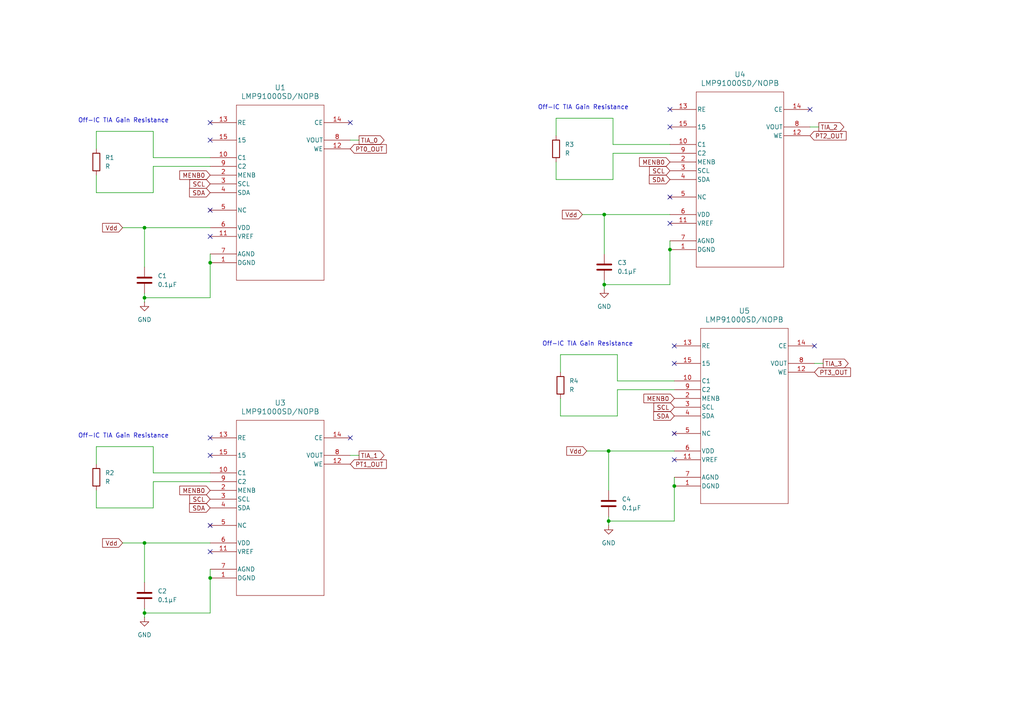
<source format=kicad_sch>
(kicad_sch (version 20250114) (generator "eeschema") (generator_version "9.0")
  (paper "A4")
  (lib_symbols
    (symbol "Device:C" (pin_numbers (hide yes)) (pin_names (offset 0.254))
      (property "Reference" "C" (at 0.635 2.54 0))
      (property "Value" "C" (at 0.635 -2.54 0))
      (symbol "C_0_1"
        (polyline (pts (xy -2.032 0.762) (xy 2.032 0.762)) (stroke (width 0.508)))
        (polyline (pts (xy -2.032 -0.762) (xy 2.032 -0.762)) (stroke (width 0.508)))
      )
      (symbol "C_1_1"
        (pin passive line (at 0 3.81 270) (length 2.794) (name "~") (number "1"))
        (pin passive line (at 0 -3.81 90) (length 2.794) (name "~") (number "2"))
      )
    )
    (symbol "Device:R" (pin_numbers (hide yes)) (pin_names (offset 0))
      (property "Reference" "R" (at 2.032 0 90))
      (property "Value" "R" (at 0 0 90))
      (symbol "R_0_1"
        (rectangle (start -1.016 -2.54) (end 1.016 2.54) (stroke (width 0.254)))
      )
      (symbol "R_1_1"
        (pin passive line (at 0 3.81 270) (length 1.27) (name "~") (number "1"))
        (pin passive line (at 0 -3.81 90) (length 1.27) (name "~") (number "2"))
      )
    )
    (symbol "LMP91000:LMP91000SD_NOPB" (pin_names (offset 0.254))
      (property "Reference" "U" (at 20.32 10.16 0))
      (property "Value" "LMP91000SD/NOPB" (at 20.32 7.62 0))
      (symbol "LMP91000SD_NOPB_0_1"
        (polyline (pts (xy 7.62 5.08) (xy 7.62 -45.72)) (stroke (width 0.127)))
        (polyline (pts (xy 7.62 -45.72) (xy 33.02 -45.72)) (stroke (width 0.127)))
        (polyline (pts (xy 33.02 5.08) (xy 7.62 5.08)) (stroke (width 0.127)))
        (polyline (pts (xy 33.02 -45.72) (xy 33.02 5.08)) (stroke (width 0.127)))
        (pin input line (at 0 0 0) (length 7.62) (name "RE") (number "13"))
        (pin unspecified line (at 0 -5.08 0) (length 7.62) (name "15") (number "15"))
        (pin unspecified line (at 0 -10.16 0) (length 7.62) (name "C1") (number "10"))
        (pin unspecified line (at 0 -12.7 0) (length 7.62) (name "C2") (number "9"))
        (pin unspecified line (at 0 -15.24 0) (length 7.62) (name "MENB") (number "2"))
        (pin unspecified line (at 0 -17.78 0) (length 7.62) (name "SCL") (number "3"))
        (pin unspecified line (at 0 -20.32 0) (length 7.62) (name "SDA") (number "4"))
        (pin no_connect line (at 0 -25.4 0) (length 7.62) (name "NC") (number "5"))
        (pin power_in line (at 0 -30.48 0) (length 7.62) (name "VDD") (number "6"))
        (pin input line (at 0 -33.02 0) (length 7.62) (name "VREF") (number "11"))
        (pin power_in line (at 0 -38.1 0) (length 7.62) (name "AGND") (number "7"))
        (pin power_in line (at 0 -40.64 0) (length 7.62) (name "DGND") (number "1"))
        (pin output line (at 40.64 0 180) (length 7.62) (name "CE") (number "14"))
        (pin output line (at 40.64 -5.08 180) (length 7.62) (name "VOUT") (number "8"))
        (pin output line (at 40.64 -7.62 180) (length 7.62) (name "WE") (number "12"))
      )
    )
    (symbol "power:GND" (power) (pin_numbers (hide yes)) (pin_names (offset 0) (hide yes))
      (property "Value" "GND" (at 0 -3.81 0))
      (symbol "GND_0_1"
        (polyline (pts (xy 0 0) (xy 0 -1.27) (xy 1.27 -1.27) (xy 0 -2.54) (xy -1.27 -1.27) (xy 0 -1.27)))
      )
      (symbol "GND_1_1"
        (pin power_in line (at 0 0 270) (length 0) (name "~") (number "1"))
      )
    )
  )
  (text "Off-IC TIA Gain Resistance" (at 170.434 99.822 0) (effects (font (size 1.27 1.27))))
  (text "Off-IC TIA Gain Resistance" (at 35.814 35.052 0) (effects (font (size 1.27 1.27))))
  (text "Off-IC TIA Gain Resistance" (at 169.164 31.242 0) (effects (font (size 1.27 1.27))))
  (text "Off-IC TIA Gain Resistance" (at 35.814 126.492 0) (effects (font (size 1.27 1.27))))
  (junction (at 195.58 140.97))
  (junction (at 60.96 167.64))
  (junction (at 60.96 76.2))
  (junction (at 41.91 157.48))
  (junction (at 194.31 72.39))
  (junction (at 41.91 86.36))
  (junction (at 175.26 62.23))
  (junction (at 175.26 82.55))
  (junction (at 41.91 66.04))
  (junction (at 176.53 130.81))
  (junction (at 41.91 177.8))
  (junction (at 176.53 151.13))
  (no_connect (at 195.58 125.73))
  (no_connect (at 194.31 57.15))
  (no_connect (at 236.22 100.33))
  (no_connect (at 195.58 105.41))
  (no_connect (at 60.96 40.64))
  (no_connect (at 60.96 132.08))
  (no_connect (at 194.31 31.75))
  (no_connect (at 234.95 31.75))
  (no_connect (at 60.96 60.96))
  (no_connect (at 101.6 127))
  (no_connect (at 101.6 35.56))
  (no_connect (at 195.58 133.35))
  (no_connect (at 194.31 64.77))
  (no_connect (at 60.96 35.56))
  (no_connect (at 195.58 100.33))
  (no_connect (at 60.96 160.02))
  (no_connect (at 60.96 127))
  (no_connect (at 60.96 68.58))
  (no_connect (at 60.96 152.4))
  (no_connect (at 194.31 36.83))
  (wire (pts (xy 176.53 151.13) (xy 195.58 151.13)))
  (wire (pts (xy 161.29 46.99) (xy 161.29 52.07)))
  (wire (pts (xy 44.45 129.54) (xy 27.94 129.54)))
  (wire (pts (xy 44.45 137.16) (xy 44.45 129.54)))
  (wire (pts (xy 162.56 120.65) (xy 179.07 120.65)))
  (wire (pts (xy 44.45 55.88) (xy 44.45 48.26)))
  (wire (pts (xy 27.94 147.32) (xy 44.45 147.32)))
  (wire (pts (xy 41.91 168.91) (xy 41.91 157.48)))
  (wire (pts (xy 176.53 142.24) (xy 176.53 130.81)))
  (wire (pts (xy 175.26 82.55) (xy 194.31 82.55)))
  (wire (pts (xy 175.26 83.82) (xy 175.26 82.55)))
  (wire (pts (xy 175.26 73.66) (xy 175.26 62.23)))
  (wire (pts (xy 41.91 77.47) (xy 41.91 66.04)))
  (wire (pts (xy 104.14 132.08) (xy 101.6 132.08)))
  (wire (pts (xy 195.58 140.97) (xy 195.58 151.13)))
  (wire (pts (xy 27.94 142.24) (xy 27.94 147.32)))
  (wire (pts (xy 60.96 137.16) (xy 44.45 137.16)))
  (wire (pts (xy 41.91 87.63) (xy 41.91 86.36)))
  (wire (pts (xy 170.18 130.81) (xy 176.53 130.81)))
  (wire (pts (xy 176.53 151.13) (xy 176.53 149.86)))
  (wire (pts (xy 27.94 55.88) (xy 44.45 55.88)))
  (wire (pts (xy 60.96 76.2) (xy 60.96 86.36)))
  (wire (pts (xy 41.91 86.36) (xy 60.96 86.36)))
  (wire (pts (xy 41.91 179.07) (xy 41.91 177.8)))
  (wire (pts (xy 238.76 105.41) (xy 236.22 105.41)))
  (wire (pts (xy 175.26 62.23) (xy 194.31 62.23)))
  (wire (pts (xy 237.49 36.83) (xy 234.95 36.83)))
  (wire (pts (xy 60.96 45.72) (xy 44.45 45.72)))
  (wire (pts (xy 44.45 147.32) (xy 44.45 139.7)))
  (wire (pts (xy 179.07 102.87) (xy 162.56 102.87)))
  (wire (pts (xy 104.14 40.64) (xy 101.6 40.64)))
  (wire (pts (xy 168.91 62.23) (xy 175.26 62.23)))
  (wire (pts (xy 179.07 113.03) (xy 195.58 113.03)))
  (wire (pts (xy 41.91 86.36) (xy 41.91 85.09)))
  (wire (pts (xy 195.58 110.49) (xy 179.07 110.49)))
  (wire (pts (xy 195.58 138.43) (xy 195.58 140.97)))
  (wire (pts (xy 161.29 52.07) (xy 177.8 52.07)))
  (wire (pts (xy 35.56 66.04) (xy 41.91 66.04)))
  (wire (pts (xy 35.56 157.48) (xy 41.91 157.48)))
  (wire (pts (xy 27.94 38.1) (xy 27.94 43.18)))
  (wire (pts (xy 41.91 177.8) (xy 60.96 177.8)))
  (wire (pts (xy 41.91 66.04) (xy 60.96 66.04)))
  (wire (pts (xy 44.45 139.7) (xy 60.96 139.7)))
  (wire (pts (xy 177.8 34.29) (xy 161.29 34.29)))
  (wire (pts (xy 162.56 102.87) (xy 162.56 107.95)))
  (wire (pts (xy 179.07 120.65) (xy 179.07 113.03)))
  (wire (pts (xy 194.31 69.85) (xy 194.31 72.39)))
  (wire (pts (xy 175.26 82.55) (xy 175.26 81.28)))
  (wire (pts (xy 177.8 52.07) (xy 177.8 44.45)))
  (wire (pts (xy 162.56 115.57) (xy 162.56 120.65)))
  (wire (pts (xy 177.8 44.45) (xy 194.31 44.45)))
  (wire (pts (xy 60.96 167.64) (xy 60.96 177.8)))
  (wire (pts (xy 41.91 157.48) (xy 60.96 157.48)))
  (wire (pts (xy 177.8 41.91) (xy 177.8 34.29)))
  (wire (pts (xy 27.94 50.8) (xy 27.94 55.88)))
  (wire (pts (xy 41.91 177.8) (xy 41.91 176.53)))
  (wire (pts (xy 176.53 152.4) (xy 176.53 151.13)))
  (wire (pts (xy 194.31 41.91) (xy 177.8 41.91)))
  (wire (pts (xy 176.53 130.81) (xy 195.58 130.81)))
  (wire (pts (xy 27.94 129.54) (xy 27.94 134.62)))
  (wire (pts (xy 60.96 73.66) (xy 60.96 76.2)))
  (wire (pts (xy 44.45 48.26) (xy 60.96 48.26)))
  (wire (pts (xy 60.96 165.1) (xy 60.96 167.64)))
  (wire (pts (xy 44.45 38.1) (xy 27.94 38.1)))
  (wire (pts (xy 161.29 34.29) (xy 161.29 39.37)))
  (wire (pts (xy 194.31 72.39) (xy 194.31 82.55)))
  (wire (pts (xy 44.45 45.72) (xy 44.45 38.1)))
  (wire (pts (xy 179.07 110.49) (xy 179.07 102.87)))
  (global_label "Vdd" (shape input) (at 35.56 66.04 180) (property "Intersheetrefs" "${INTERSHEET_REFS}" (effects (hide yes))))
  (global_label "SDA" (shape input) (at 60.96 147.32 180) (property "Intersheetrefs" "${INTERSHEET_REFS}" (effects (hide yes))))
  (global_label "MENB0" (shape input) (at 194.31 46.99 180) (property "Intersheetrefs" "${INTERSHEET_REFS}" (effects (hide yes))))
  (global_label "TIA_2" (shape output) (at 237.49 36.83 0) (property "Intersheetrefs" "${INTERSHEET_REFS}" (effects (hide yes))))
  (global_label "MENB0" (shape input) (at 60.96 50.8 180) (property "Intersheetrefs" "${INTERSHEET_REFS}" (effects (hide yes))))
  (global_label "TIA_0" (shape output) (at 104.14 40.64 0) (property "Intersheetrefs" "${INTERSHEET_REFS}" (effects (hide yes))))
  (global_label "PT2_OUT" (shape input) (at 234.95 39.37 0) (property "Intersheetrefs" "${INTERSHEET_REFS}" (effects (hide yes))))
  (global_label "MENB0" (shape input) (at 60.96 142.24 180) (property "Intersheetrefs" "${INTERSHEET_REFS}" (effects (hide yes))))
  (global_label "Vdd" (shape input) (at 168.91 62.23 180) (property "Intersheetrefs" "${INTERSHEET_REFS}" (effects (hide yes))))
  (global_label "SDA" (shape input) (at 60.96 55.88 180) (property "Intersheetrefs" "${INTERSHEET_REFS}" (effects (hide yes))))
  (global_label "SDA" (shape input) (at 195.58 120.65 180) (property "Intersheetrefs" "${INTERSHEET_REFS}" (effects (hide yes))))
  (global_label "SCL" (shape input) (at 60.96 144.78 180) (property "Intersheetrefs" "${INTERSHEET_REFS}" (effects (hide yes))))
  (global_label "SCL" (shape input) (at 194.31 49.53 180) (property "Intersheetrefs" "${INTERSHEET_REFS}" (effects (hide yes))))
  (global_label "PT1_OUT" (shape input) (at 101.6 134.62 0) (property "Intersheetrefs" "${INTERSHEET_REFS}" (effects (hide yes))))
  (global_label "SCL" (shape input) (at 195.58 118.11 180) (property "Intersheetrefs" "${INTERSHEET_REFS}" (effects (hide yes))))
  (global_label "Vdd" (shape input) (at 35.56 157.48 180) (property "Intersheetrefs" "${INTERSHEET_REFS}" (effects (hide yes))))
  (global_label "TIA_1" (shape output) (at 104.14 132.08 0) (property "Intersheetrefs" "${INTERSHEET_REFS}" (effects (hide yes))))
  (global_label "SCL" (shape input) (at 60.96 53.34 180) (property "Intersheetrefs" "${INTERSHEET_REFS}" (effects (hide yes))))
  (global_label "SDA" (shape input) (at 194.31 52.07 180) (property "Intersheetrefs" "${INTERSHEET_REFS}" (effects (hide yes))))
  (global_label "Vdd" (shape input) (at 170.18 130.81 180) (property "Intersheetrefs" "${INTERSHEET_REFS}" (effects (hide yes))))
  (global_label "MENB0" (shape input) (at 195.58 115.57 180) (property "Intersheetrefs" "${INTERSHEET_REFS}" (effects (hide yes))))
  (global_label "PT0_OUT" (shape input) (at 101.6 43.18 0) (property "Intersheetrefs" "${INTERSHEET_REFS}" (effects (hide yes))))
  (global_label "TIA_3" (shape output) (at 238.76 105.41 0) (property "Intersheetrefs" "${INTERSHEET_REFS}" (effects (hide yes))))
  (global_label "PT3_OUT" (shape input) (at 236.22 107.95 0) (property "Intersheetrefs" "${INTERSHEET_REFS}" (effects (hide yes))))
  (symbol (lib_id "Device:C") (at 41.91 172.72 0) (unit 1)
    (property "Reference" "C2" (at 45.72 171.4499 0) (effects (justify left)))
    (property "Value" "0.1µF" (at 45.72 173.9899 0) (effects (justify left)))
    (property "Description" "Unpolarized capacitor" (effects (hide yes)))
  )
  (symbol (lib_id "Device:R") (at 27.94 138.43 0) (unit 1)
    (property "Reference" "R2" (at 30.48 137.1599 0) (effects (justify left)))
    (property "Value" "R" (at 30.48 139.6999 0) (effects (justify left)))
    (property "Description" "Resistor" (effects (hide yes)))
  )
  (symbol (lib_id "Device:C") (at 175.26 77.47 0) (unit 1)
    (property "Reference" "C3" (at 179.07 76.1999 0) (effects (justify left)))
    (property "Value" "0.1µF" (at 179.07 78.7399 0) (effects (justify left)))
    (property "Description" "Unpolarized capacitor" (effects (hide yes)))
  )
  (symbol (lib_id "power:GND") (at 41.91 179.07 0) (unit 1)
    (property "Reference" "#PWR02" (effects (hide yes)))
    (property "Value" "GND" (at 41.91 184.15 0))
    (property "Description" "Power symbol creates a global label with name \"GND\" , ground" (effects (hide yes)))
  )
  (symbol (lib_id "Device:R") (at 27.94 46.99 0) (unit 1)
    (property "Reference" "R1" (at 30.48 45.7199 0) (effects (justify left)))
    (property "Value" "R" (at 30.48 48.2599 0) (effects (justify left)))
    (property "Description" "Resistor" (effects (hide yes)))
  )
  (symbol (lib_id "Device:R") (at 161.29 43.18 0) (unit 1)
    (property "Reference" "R3" (at 163.83 41.9099 0) (effects (justify left)))
    (property "Value" "R" (at 163.83 44.4499 0) (effects (justify left)))
    (property "Description" "Resistor" (effects (hide yes)))
  )
  (symbol (lib_id "Device:C") (at 176.53 146.05 0) (unit 1)
    (property "Reference" "C4" (at 180.34 144.7799 0) (effects (justify left)))
    (property "Value" "0.1µF" (at 180.34 147.3199 0) (effects (justify left)))
    (property "Description" "Unpolarized capacitor" (effects (hide yes)))
  )
  (symbol (lib_id "power:GND") (at 175.26 83.82 0) (unit 1)
    (property "Reference" "#PWR03" (effects (hide yes)))
    (property "Value" "GND" (at 175.26 88.9 0))
    (property "Description" "Power symbol creates a global label with name \"GND\" , ground" (effects (hide yes)))
  )
  (symbol (lib_id "LMP91000:LMP91000SD_NOPB") (at 60.96 35.56 0) (unit 1)
    (property "Reference" "U1" (at 81.28 25.4 0) (effects (font (size 1.524 1.524))))
    (property "Value" "LMP91000SD/NOPB" (at 81.28 27.94 0) (effects (font (size 1.524 1.524))))
    (property "Footprint" "SDA14B" (effects (hide yes)))
    (property "Datasheet" "LMP91000SD/NOPB" (effects (hide yes)))
  )
  (symbol (lib_id "power:GND") (at 41.91 87.63 0) (unit 1)
    (property "Reference" "#PWR01" (effects (hide yes)))
    (property "Value" "GND" (at 41.91 92.71 0))
    (property "Description" "Power symbol creates a global label with name \"GND\" , ground" (effects (hide yes)))
  )
  (symbol (lib_id "LMP91000:LMP91000SD_NOPB") (at 194.31 31.75 0) (unit 1)
    (property "Reference" "U4" (at 214.63 21.59 0) (effects (font (size 1.524 1.524))))
    (property "Value" "LMP91000SD/NOPB" (at 214.63 24.13 0) (effects (font (size 1.524 1.524))))
    (property "Footprint" "SDA14B" (effects (hide yes)))
    (property "Datasheet" "LMP91000SD/NOPB" (effects (hide yes)))
  )
  (symbol (lib_id "LMP91000:LMP91000SD_NOPB") (at 60.96 127 0) (unit 1)
    (property "Reference" "U3" (at 81.28 116.84 0) (effects (font (size 1.524 1.524))))
    (property "Value" "LMP91000SD/NOPB" (at 81.28 119.38 0) (effects (font (size 1.524 1.524))))
    (property "Footprint" "SDA14B" (effects (hide yes)))
    (property "Datasheet" "LMP91000SD/NOPB" (effects (hide yes)))
  )
  (symbol (lib_id "Device:C") (at 41.91 81.28 0) (unit 1)
    (property "Reference" "C1" (at 45.72 80.0099 0) (effects (justify left)))
    (property "Value" "0.1µF" (at 45.72 82.5499 0) (effects (justify left)))
    (property "Description" "Unpolarized capacitor" (effects (hide yes)))
  )
  (symbol (lib_id "Device:R") (at 162.56 111.76 0) (unit 1)
    (property "Reference" "R4" (at 165.1 110.4899 0) (effects (justify left)))
    (property "Value" "R" (at 165.1 113.0299 0) (effects (justify left)))
    (property "Description" "Resistor" (effects (hide yes)))
  )
  (symbol (lib_id "power:GND") (at 176.53 152.4 0) (unit 1)
    (property "Reference" "#PWR04" (effects (hide yes)))
    (property "Value" "GND" (at 176.53 157.48 0))
    (property "Description" "Power symbol creates a global label with name \"GND\" , ground" (effects (hide yes)))
  )
  (symbol (lib_id "LMP91000:LMP91000SD_NOPB") (at 195.58 100.33 0) (unit 1)
    (property "Reference" "U5" (at 215.9 90.17 0) (effects (font (size 1.524 1.524))))
    (property "Value" "LMP91000SD/NOPB" (at 215.9 92.71 0) (effects (font (size 1.524 1.524))))
    (property "Footprint" "SDA14B" (effects (hide yes)))
    (property "Datasheet" "LMP91000SD/NOPB" (effects (hide yes)))
  )
)
</source>
